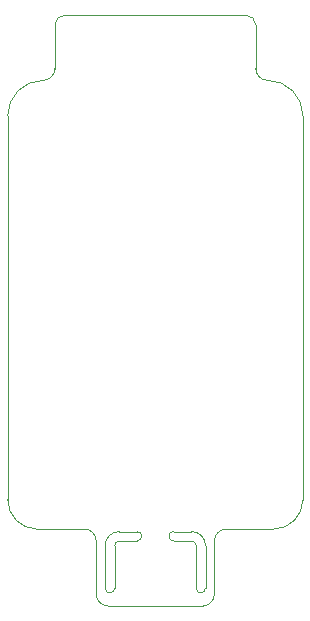
<source format=gm1>
G04 #@! TF.GenerationSoftware,KiCad,Pcbnew,9.0.3*
G04 #@! TF.CreationDate,2025-07-16T17:21:36+12:00*
G04 #@! TF.ProjectId,TempSense,54656d70-5365-46e7-9365-2e6b69636164,rev?*
G04 #@! TF.SameCoordinates,Original*
G04 #@! TF.FileFunction,Profile,NP*
%FSLAX46Y46*%
G04 Gerber Fmt 4.6, Leading zero omitted, Abs format (unit mm)*
G04 Created by KiCad (PCBNEW 9.0.3) date 2025-07-16 17:21:36*
%MOMM*%
%LPD*%
G01*
G04 APERTURE LIST*
G04 #@! TA.AperFunction,Profile*
%ADD10C,0.050000*%
G04 #@! TD*
G04 APERTURE END LIST*
D10*
X72550000Y-91400000D02*
X72550000Y-95000000D01*
X72550000Y-91400000D02*
G75*
G02*
X72950000Y-91000000I400000J0D01*
G01*
X72550000Y-95000000D02*
G75*
G02*
X71750000Y-95000000I-400000J0D01*
G01*
X72950000Y-90200000D02*
X74450000Y-90200000D01*
X71750000Y-91400000D02*
G75*
G02*
X72950000Y-90200000I1200000J0D01*
G01*
X71750000Y-95000000D02*
X71750000Y-91400000D01*
X74450000Y-91000000D02*
X72950000Y-91000000D01*
X74450000Y-90200000D02*
G75*
G02*
X74450000Y-91000000I0J-400000D01*
G01*
X79450000Y-91400000D02*
X79450000Y-95000000D01*
X79050000Y-91000000D02*
G75*
G02*
X79450000Y-91400000I0J-400000D01*
G01*
X80250000Y-95000000D02*
G75*
G02*
X79450000Y-95000000I-400000J0D01*
G01*
X80250000Y-95000000D02*
X80250000Y-91400000D01*
X79050000Y-90200000D02*
X77550000Y-90200000D01*
X77550000Y-91000000D02*
X79050000Y-91000000D01*
X77550000Y-91000000D02*
G75*
G02*
X77550000Y-90200000I0J400000D01*
G01*
X79050000Y-90200000D02*
G75*
G02*
X80250000Y-91400000I0J-1200000D01*
G01*
X72000000Y-96500000D02*
G75*
G02*
X71000000Y-95500000I0J1000000D01*
G01*
X88500000Y-55000000D02*
X88500000Y-87500000D01*
X81000000Y-95500000D02*
X81000000Y-91000000D01*
X81000000Y-95500000D02*
G75*
G02*
X80000000Y-96500000I-1000000J0D01*
G01*
X85500000Y-52000000D02*
G75*
G02*
X88500000Y-55000000I0J-3000000D01*
G01*
X84500000Y-47300000D02*
X84500000Y-51000000D01*
X67500000Y-47300000D02*
G75*
G02*
X68300000Y-46500000I800000J0D01*
G01*
X85500000Y-52000000D02*
G75*
G02*
X84500000Y-51000000I0J1000000D01*
G01*
X63500000Y-87500000D02*
X63500000Y-55000000D01*
X67500000Y-47300000D02*
X67500000Y-51000000D01*
X88500000Y-87500000D02*
G75*
G02*
X86000000Y-90000000I-2500000J0D01*
G01*
X66000000Y-90000000D02*
G75*
G02*
X63500000Y-87500000I0J2500000D01*
G01*
X83700000Y-46500000D02*
X68300000Y-46500000D01*
X86000000Y-90000000D02*
X82000000Y-90000000D01*
X70000000Y-90000000D02*
G75*
G02*
X71000000Y-91000000I0J-1000000D01*
G01*
X70000000Y-90000000D02*
X66000000Y-90000000D01*
X63500000Y-55000000D02*
G75*
G02*
X66500000Y-52000000I3000000J0D01*
G01*
X80000000Y-96500000D02*
X72000000Y-96500000D01*
X67500000Y-51000000D02*
G75*
G02*
X66500000Y-52000000I-1000000J0D01*
G01*
X81000000Y-91000000D02*
G75*
G02*
X82000000Y-90000000I1000000J0D01*
G01*
X83700000Y-46500000D02*
G75*
G02*
X84500000Y-47300000I0J-800000D01*
G01*
X71000000Y-95500000D02*
X71000000Y-91000000D01*
M02*

</source>
